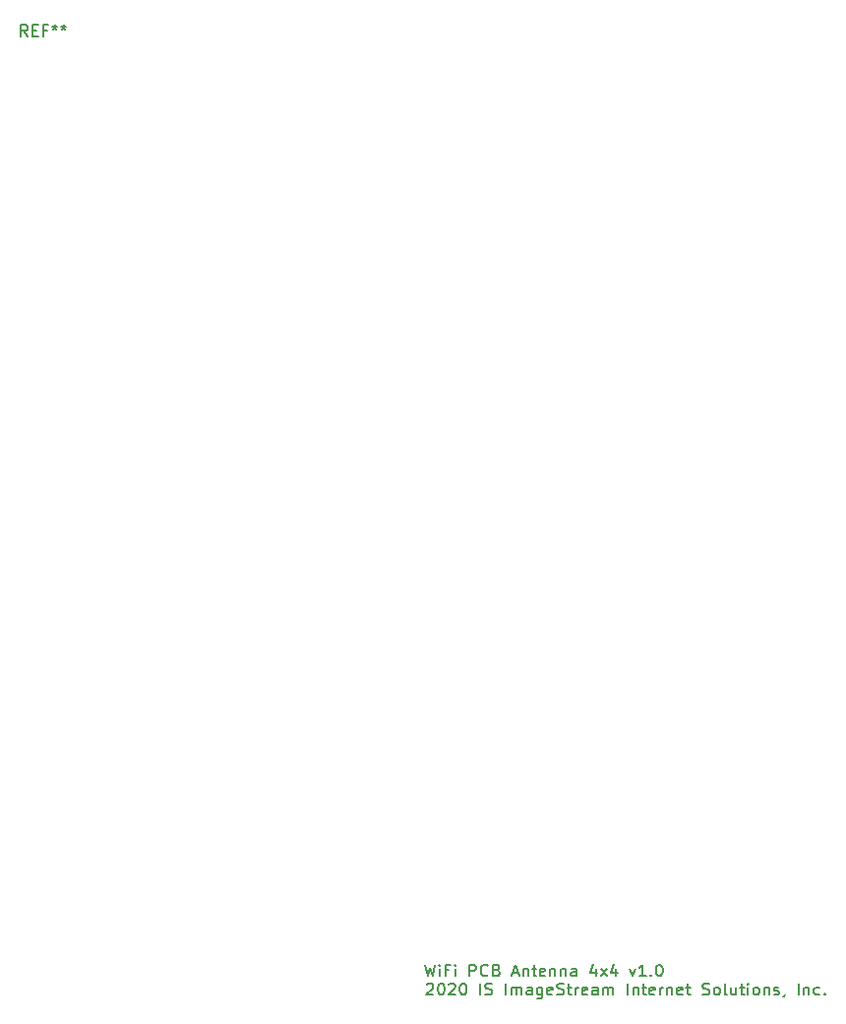
<source format=gbr>
%TF.GenerationSoftware,KiCad,Pcbnew,5.99.0-unknown-6296b4e~102~ubuntu18.04.1*%
%TF.CreationDate,2020-07-17T11:30:15-05:00*%
%TF.ProjectId,FlatAnt4x4,466c6174-416e-4743-9478-342e6b696361,rev?*%
%TF.SameCoordinates,Original*%
%TF.FileFunction,Legend,Top*%
%TF.FilePolarity,Positive*%
%FSLAX46Y46*%
G04 Gerber Fmt 4.6, Leading zero omitted, Abs format (unit mm)*
G04 Created by KiCad (PCBNEW 5.99.0-unknown-6296b4e~102~ubuntu18.04.1) date 2020-07-17 11:30:15*
%MOMM*%
%LPD*%
G01*
G04 APERTURE LIST*
%ADD10C,0.150000*%
G04 APERTURE END LIST*
D10*
X117007142Y-165472619D02*
X117054761Y-165425000D01*
X117149999Y-165377380D01*
X117388095Y-165377380D01*
X117483333Y-165425000D01*
X117530952Y-165472619D01*
X117578571Y-165567857D01*
X117578571Y-165663095D01*
X117530952Y-165805952D01*
X116959523Y-166377380D01*
X117578571Y-166377380D01*
X118197619Y-165377380D02*
X118292857Y-165377380D01*
X118388095Y-165425000D01*
X118435714Y-165472619D01*
X118483333Y-165567857D01*
X118530952Y-165758333D01*
X118530952Y-165996428D01*
X118483333Y-166186904D01*
X118435714Y-166282142D01*
X118388095Y-166329761D01*
X118292857Y-166377380D01*
X118197619Y-166377380D01*
X118102380Y-166329761D01*
X118054761Y-166282142D01*
X118007142Y-166186904D01*
X117959523Y-165996428D01*
X117959523Y-165758333D01*
X118007142Y-165567857D01*
X118054761Y-165472619D01*
X118102380Y-165425000D01*
X118197619Y-165377380D01*
X118911904Y-165472619D02*
X118959523Y-165425000D01*
X119054761Y-165377380D01*
X119292857Y-165377380D01*
X119388095Y-165425000D01*
X119435714Y-165472619D01*
X119483333Y-165567857D01*
X119483333Y-165663095D01*
X119435714Y-165805952D01*
X118864285Y-166377380D01*
X119483333Y-166377380D01*
X120102380Y-165377380D02*
X120197619Y-165377380D01*
X120292857Y-165425000D01*
X120340476Y-165472619D01*
X120388095Y-165567857D01*
X120435714Y-165758333D01*
X120435714Y-165996428D01*
X120388095Y-166186904D01*
X120340476Y-166282142D01*
X120292857Y-166329761D01*
X120197619Y-166377380D01*
X120102380Y-166377380D01*
X120007142Y-166329761D01*
X119959523Y-166282142D01*
X119911904Y-166186904D01*
X119864285Y-165996428D01*
X119864285Y-165758333D01*
X119911904Y-165567857D01*
X119959523Y-165472619D01*
X120007142Y-165425000D01*
X120102380Y-165377380D01*
X121626190Y-166377380D02*
X121626190Y-165377380D01*
X122054761Y-166329761D02*
X122197619Y-166377380D01*
X122435714Y-166377380D01*
X122530952Y-166329761D01*
X122578571Y-166282142D01*
X122626190Y-166186904D01*
X122626190Y-166091666D01*
X122578571Y-165996428D01*
X122530952Y-165948809D01*
X122435714Y-165901190D01*
X122245238Y-165853571D01*
X122149999Y-165805952D01*
X122102380Y-165758333D01*
X122054761Y-165663095D01*
X122054761Y-165567857D01*
X122102380Y-165472619D01*
X122149999Y-165425000D01*
X122245238Y-165377380D01*
X122483333Y-165377380D01*
X122626190Y-165425000D01*
X123816666Y-166377380D02*
X123816666Y-165377380D01*
X124292857Y-166377380D02*
X124292857Y-165710714D01*
X124292857Y-165805952D02*
X124340476Y-165758333D01*
X124435714Y-165710714D01*
X124578571Y-165710714D01*
X124673809Y-165758333D01*
X124721428Y-165853571D01*
X124721428Y-166377380D01*
X124721428Y-165853571D02*
X124769047Y-165758333D01*
X124864285Y-165710714D01*
X125007142Y-165710714D01*
X125102380Y-165758333D01*
X125149999Y-165853571D01*
X125149999Y-166377380D01*
X126054761Y-166377380D02*
X126054761Y-165853571D01*
X126007142Y-165758333D01*
X125911904Y-165710714D01*
X125721428Y-165710714D01*
X125626190Y-165758333D01*
X126054761Y-166329761D02*
X125959523Y-166377380D01*
X125721428Y-166377380D01*
X125626190Y-166329761D01*
X125578571Y-166234523D01*
X125578571Y-166139285D01*
X125626190Y-166044047D01*
X125721428Y-165996428D01*
X125959523Y-165996428D01*
X126054761Y-165948809D01*
X126959523Y-165710714D02*
X126959523Y-166520238D01*
X126911904Y-166615476D01*
X126864285Y-166663095D01*
X126769047Y-166710714D01*
X126626190Y-166710714D01*
X126530952Y-166663095D01*
X126959523Y-166329761D02*
X126864285Y-166377380D01*
X126673809Y-166377380D01*
X126578571Y-166329761D01*
X126530952Y-166282142D01*
X126483333Y-166186904D01*
X126483333Y-165901190D01*
X126530952Y-165805952D01*
X126578571Y-165758333D01*
X126673809Y-165710714D01*
X126864285Y-165710714D01*
X126959523Y-165758333D01*
X127816666Y-166329761D02*
X127721428Y-166377380D01*
X127530952Y-166377380D01*
X127435714Y-166329761D01*
X127388095Y-166234523D01*
X127388095Y-165853571D01*
X127435714Y-165758333D01*
X127530952Y-165710714D01*
X127721428Y-165710714D01*
X127816666Y-165758333D01*
X127864285Y-165853571D01*
X127864285Y-165948809D01*
X127388095Y-166044047D01*
X128245238Y-166329761D02*
X128388095Y-166377380D01*
X128626190Y-166377380D01*
X128721428Y-166329761D01*
X128769047Y-166282142D01*
X128816666Y-166186904D01*
X128816666Y-166091666D01*
X128769047Y-165996428D01*
X128721428Y-165948809D01*
X128626190Y-165901190D01*
X128435714Y-165853571D01*
X128340476Y-165805952D01*
X128292857Y-165758333D01*
X128245238Y-165663095D01*
X128245238Y-165567857D01*
X128292857Y-165472619D01*
X128340476Y-165425000D01*
X128435714Y-165377380D01*
X128673809Y-165377380D01*
X128816666Y-165425000D01*
X129102380Y-165710714D02*
X129483333Y-165710714D01*
X129245238Y-165377380D02*
X129245238Y-166234523D01*
X129292857Y-166329761D01*
X129388095Y-166377380D01*
X129483333Y-166377380D01*
X129816666Y-166377380D02*
X129816666Y-165710714D01*
X129816666Y-165901190D02*
X129864285Y-165805952D01*
X129911904Y-165758333D01*
X130007142Y-165710714D01*
X130102380Y-165710714D01*
X130816666Y-166329761D02*
X130721428Y-166377380D01*
X130530952Y-166377380D01*
X130435714Y-166329761D01*
X130388095Y-166234523D01*
X130388095Y-165853571D01*
X130435714Y-165758333D01*
X130530952Y-165710714D01*
X130721428Y-165710714D01*
X130816666Y-165758333D01*
X130864285Y-165853571D01*
X130864285Y-165948809D01*
X130388095Y-166044047D01*
X131721428Y-166377380D02*
X131721428Y-165853571D01*
X131673809Y-165758333D01*
X131578571Y-165710714D01*
X131388095Y-165710714D01*
X131292857Y-165758333D01*
X131721428Y-166329761D02*
X131626190Y-166377380D01*
X131388095Y-166377380D01*
X131292857Y-166329761D01*
X131245238Y-166234523D01*
X131245238Y-166139285D01*
X131292857Y-166044047D01*
X131388095Y-165996428D01*
X131626190Y-165996428D01*
X131721428Y-165948809D01*
X132197619Y-166377380D02*
X132197619Y-165710714D01*
X132197619Y-165805952D02*
X132245238Y-165758333D01*
X132340476Y-165710714D01*
X132483333Y-165710714D01*
X132578571Y-165758333D01*
X132626190Y-165853571D01*
X132626190Y-166377380D01*
X132626190Y-165853571D02*
X132673809Y-165758333D01*
X132769047Y-165710714D01*
X132911904Y-165710714D01*
X133007142Y-165758333D01*
X133054761Y-165853571D01*
X133054761Y-166377380D01*
X134292857Y-166377380D02*
X134292857Y-165377380D01*
X134769047Y-165710714D02*
X134769047Y-166377380D01*
X134769047Y-165805952D02*
X134816666Y-165758333D01*
X134911904Y-165710714D01*
X135054761Y-165710714D01*
X135150000Y-165758333D01*
X135197619Y-165853571D01*
X135197619Y-166377380D01*
X135530952Y-165710714D02*
X135911904Y-165710714D01*
X135673809Y-165377380D02*
X135673809Y-166234523D01*
X135721428Y-166329761D01*
X135816666Y-166377380D01*
X135911904Y-166377380D01*
X136626190Y-166329761D02*
X136530952Y-166377380D01*
X136340476Y-166377380D01*
X136245238Y-166329761D01*
X136197619Y-166234523D01*
X136197619Y-165853571D01*
X136245238Y-165758333D01*
X136340476Y-165710714D01*
X136530952Y-165710714D01*
X136626190Y-165758333D01*
X136673809Y-165853571D01*
X136673809Y-165948809D01*
X136197619Y-166044047D01*
X137102380Y-166377380D02*
X137102380Y-165710714D01*
X137102380Y-165901190D02*
X137150000Y-165805952D01*
X137197619Y-165758333D01*
X137292857Y-165710714D01*
X137388095Y-165710714D01*
X137721428Y-165710714D02*
X137721428Y-166377380D01*
X137721428Y-165805952D02*
X137769047Y-165758333D01*
X137864285Y-165710714D01*
X138007142Y-165710714D01*
X138102380Y-165758333D01*
X138150000Y-165853571D01*
X138150000Y-166377380D01*
X139007142Y-166329761D02*
X138911904Y-166377380D01*
X138721428Y-166377380D01*
X138626190Y-166329761D01*
X138578571Y-166234523D01*
X138578571Y-165853571D01*
X138626190Y-165758333D01*
X138721428Y-165710714D01*
X138911904Y-165710714D01*
X139007142Y-165758333D01*
X139054761Y-165853571D01*
X139054761Y-165948809D01*
X138578571Y-166044047D01*
X139340476Y-165710714D02*
X139721428Y-165710714D01*
X139483333Y-165377380D02*
X139483333Y-166234523D01*
X139530952Y-166329761D01*
X139626190Y-166377380D01*
X139721428Y-166377380D01*
X140769047Y-166329761D02*
X140911904Y-166377380D01*
X141150000Y-166377380D01*
X141245238Y-166329761D01*
X141292857Y-166282142D01*
X141340476Y-166186904D01*
X141340476Y-166091666D01*
X141292857Y-165996428D01*
X141245238Y-165948809D01*
X141150000Y-165901190D01*
X140959523Y-165853571D01*
X140864285Y-165805952D01*
X140816666Y-165758333D01*
X140769047Y-165663095D01*
X140769047Y-165567857D01*
X140816666Y-165472619D01*
X140864285Y-165425000D01*
X140959523Y-165377380D01*
X141197619Y-165377380D01*
X141340476Y-165425000D01*
X141911904Y-166377380D02*
X141816666Y-166329761D01*
X141769047Y-166282142D01*
X141721428Y-166186904D01*
X141721428Y-165901190D01*
X141769047Y-165805952D01*
X141816666Y-165758333D01*
X141911904Y-165710714D01*
X142054761Y-165710714D01*
X142150000Y-165758333D01*
X142197619Y-165805952D01*
X142245238Y-165901190D01*
X142245238Y-166186904D01*
X142197619Y-166282142D01*
X142150000Y-166329761D01*
X142054761Y-166377380D01*
X141911904Y-166377380D01*
X142816666Y-166377380D02*
X142721428Y-166329761D01*
X142673809Y-166234523D01*
X142673809Y-165377380D01*
X143626190Y-165710714D02*
X143626190Y-166377380D01*
X143197619Y-165710714D02*
X143197619Y-166234523D01*
X143245238Y-166329761D01*
X143340476Y-166377380D01*
X143483333Y-166377380D01*
X143578571Y-166329761D01*
X143626190Y-166282142D01*
X143959523Y-165710714D02*
X144340476Y-165710714D01*
X144102380Y-165377380D02*
X144102380Y-166234523D01*
X144149999Y-166329761D01*
X144245238Y-166377380D01*
X144340476Y-166377380D01*
X144673809Y-166377380D02*
X144673809Y-165710714D01*
X144673809Y-165377380D02*
X144626190Y-165425000D01*
X144673809Y-165472619D01*
X144721428Y-165425000D01*
X144673809Y-165377380D01*
X144673809Y-165472619D01*
X145292857Y-166377380D02*
X145197619Y-166329761D01*
X145149999Y-166282142D01*
X145102380Y-166186904D01*
X145102380Y-165901190D01*
X145149999Y-165805952D01*
X145197619Y-165758333D01*
X145292857Y-165710714D01*
X145435714Y-165710714D01*
X145530952Y-165758333D01*
X145578571Y-165805952D01*
X145626190Y-165901190D01*
X145626190Y-166186904D01*
X145578571Y-166282142D01*
X145530952Y-166329761D01*
X145435714Y-166377380D01*
X145292857Y-166377380D01*
X146054761Y-165710714D02*
X146054761Y-166377380D01*
X146054761Y-165805952D02*
X146102380Y-165758333D01*
X146197619Y-165710714D01*
X146340476Y-165710714D01*
X146435714Y-165758333D01*
X146483333Y-165853571D01*
X146483333Y-166377380D01*
X146911904Y-166329761D02*
X147007142Y-166377380D01*
X147197619Y-166377380D01*
X147292857Y-166329761D01*
X147340476Y-166234523D01*
X147340476Y-166186904D01*
X147292857Y-166091666D01*
X147197619Y-166044047D01*
X147054761Y-166044047D01*
X146959523Y-165996428D01*
X146911904Y-165901190D01*
X146911904Y-165853571D01*
X146959523Y-165758333D01*
X147054761Y-165710714D01*
X147197619Y-165710714D01*
X147292857Y-165758333D01*
X147816666Y-166329761D02*
X147816666Y-166377380D01*
X147769047Y-166472619D01*
X147721428Y-166520238D01*
X149007142Y-166377380D02*
X149007142Y-165377380D01*
X149483333Y-165710714D02*
X149483333Y-166377380D01*
X149483333Y-165805952D02*
X149530952Y-165758333D01*
X149626190Y-165710714D01*
X149769047Y-165710714D01*
X149864285Y-165758333D01*
X149911904Y-165853571D01*
X149911904Y-166377380D01*
X150816666Y-166329761D02*
X150721428Y-166377380D01*
X150530952Y-166377380D01*
X150435714Y-166329761D01*
X150388095Y-166282142D01*
X150340476Y-166186904D01*
X150340476Y-165901190D01*
X150388095Y-165805952D01*
X150435714Y-165758333D01*
X150530952Y-165710714D01*
X150721428Y-165710714D01*
X150816666Y-165758333D01*
X151245238Y-166282142D02*
X151292857Y-166329761D01*
X151245238Y-166377380D01*
X151197619Y-166329761D01*
X151245238Y-166282142D01*
X151245238Y-166377380D01*
X116886904Y-163777380D02*
X117125000Y-164777380D01*
X117315476Y-164063095D01*
X117505952Y-164777380D01*
X117744047Y-163777380D01*
X118125000Y-164777380D02*
X118125000Y-164110714D01*
X118125000Y-163777380D02*
X118077380Y-163825000D01*
X118125000Y-163872619D01*
X118172619Y-163825000D01*
X118125000Y-163777380D01*
X118125000Y-163872619D01*
X118934523Y-164253571D02*
X118601190Y-164253571D01*
X118601190Y-164777380D02*
X118601190Y-163777380D01*
X119077380Y-163777380D01*
X119458333Y-164777380D02*
X119458333Y-164110714D01*
X119458333Y-163777380D02*
X119410714Y-163825000D01*
X119458333Y-163872619D01*
X119505952Y-163825000D01*
X119458333Y-163777380D01*
X119458333Y-163872619D01*
X120696428Y-164777380D02*
X120696428Y-163777380D01*
X121077380Y-163777380D01*
X121172619Y-163825000D01*
X121220238Y-163872619D01*
X121267857Y-163967857D01*
X121267857Y-164110714D01*
X121220238Y-164205952D01*
X121172619Y-164253571D01*
X121077380Y-164301190D01*
X120696428Y-164301190D01*
X122267857Y-164682142D02*
X122220238Y-164729761D01*
X122077380Y-164777380D01*
X121982142Y-164777380D01*
X121839285Y-164729761D01*
X121744047Y-164634523D01*
X121696428Y-164539285D01*
X121648809Y-164348809D01*
X121648809Y-164205952D01*
X121696428Y-164015476D01*
X121744047Y-163920238D01*
X121839285Y-163825000D01*
X121982142Y-163777380D01*
X122077380Y-163777380D01*
X122220238Y-163825000D01*
X122267857Y-163872619D01*
X123029761Y-164253571D02*
X123172619Y-164301190D01*
X123220238Y-164348809D01*
X123267857Y-164444047D01*
X123267857Y-164586904D01*
X123220238Y-164682142D01*
X123172619Y-164729761D01*
X123077380Y-164777380D01*
X122696428Y-164777380D01*
X122696428Y-163777380D01*
X123029761Y-163777380D01*
X123125000Y-163825000D01*
X123172619Y-163872619D01*
X123220238Y-163967857D01*
X123220238Y-164063095D01*
X123172619Y-164158333D01*
X123125000Y-164205952D01*
X123029761Y-164253571D01*
X122696428Y-164253571D01*
X124410714Y-164491666D02*
X124886904Y-164491666D01*
X124315476Y-164777380D02*
X124648809Y-163777380D01*
X124982142Y-164777380D01*
X125315476Y-164110714D02*
X125315476Y-164777380D01*
X125315476Y-164205952D02*
X125363095Y-164158333D01*
X125458333Y-164110714D01*
X125601190Y-164110714D01*
X125696428Y-164158333D01*
X125744047Y-164253571D01*
X125744047Y-164777380D01*
X126077380Y-164110714D02*
X126458333Y-164110714D01*
X126220238Y-163777380D02*
X126220238Y-164634523D01*
X126267857Y-164729761D01*
X126363095Y-164777380D01*
X126458333Y-164777380D01*
X127172619Y-164729761D02*
X127077380Y-164777380D01*
X126886904Y-164777380D01*
X126791666Y-164729761D01*
X126744047Y-164634523D01*
X126744047Y-164253571D01*
X126791666Y-164158333D01*
X126886904Y-164110714D01*
X127077380Y-164110714D01*
X127172619Y-164158333D01*
X127220238Y-164253571D01*
X127220238Y-164348809D01*
X126744047Y-164444047D01*
X127648809Y-164110714D02*
X127648809Y-164777380D01*
X127648809Y-164205952D02*
X127696428Y-164158333D01*
X127791666Y-164110714D01*
X127934523Y-164110714D01*
X128029761Y-164158333D01*
X128077380Y-164253571D01*
X128077380Y-164777380D01*
X128553571Y-164110714D02*
X128553571Y-164777380D01*
X128553571Y-164205952D02*
X128601190Y-164158333D01*
X128696428Y-164110714D01*
X128839285Y-164110714D01*
X128934523Y-164158333D01*
X128982142Y-164253571D01*
X128982142Y-164777380D01*
X129886904Y-164777380D02*
X129886904Y-164253571D01*
X129839285Y-164158333D01*
X129744047Y-164110714D01*
X129553571Y-164110714D01*
X129458333Y-164158333D01*
X129886904Y-164729761D02*
X129791666Y-164777380D01*
X129553571Y-164777380D01*
X129458333Y-164729761D01*
X129410714Y-164634523D01*
X129410714Y-164539285D01*
X129458333Y-164444047D01*
X129553571Y-164396428D01*
X129791666Y-164396428D01*
X129886904Y-164348809D01*
X131553571Y-164110714D02*
X131553571Y-164777380D01*
X131315476Y-163729761D02*
X131077380Y-164444047D01*
X131696428Y-164444047D01*
X131982142Y-164777380D02*
X132505952Y-164110714D01*
X131982142Y-164110714D02*
X132505952Y-164777380D01*
X133315476Y-164110714D02*
X133315476Y-164777380D01*
X133077380Y-163729761D02*
X132839285Y-164444047D01*
X133458333Y-164444047D01*
X134505952Y-164110714D02*
X134744047Y-164777380D01*
X134982142Y-164110714D01*
X135886904Y-164777380D02*
X135315476Y-164777380D01*
X135601190Y-164777380D02*
X135601190Y-163777380D01*
X135505952Y-163920238D01*
X135410714Y-164015476D01*
X135315476Y-164063095D01*
X136315476Y-164682142D02*
X136363095Y-164729761D01*
X136315476Y-164777380D01*
X136267857Y-164729761D01*
X136315476Y-164682142D01*
X136315476Y-164777380D01*
X136982142Y-163777380D02*
X137077380Y-163777380D01*
X137172619Y-163825000D01*
X137220238Y-163872619D01*
X137267857Y-163967857D01*
X137315476Y-164158333D01*
X137315476Y-164396428D01*
X137267857Y-164586904D01*
X137220238Y-164682142D01*
X137172619Y-164729761D01*
X137077380Y-164777380D01*
X136982142Y-164777380D01*
X136886904Y-164729761D01*
X136839285Y-164682142D01*
X136791666Y-164586904D01*
X136744047Y-164396428D01*
X136744047Y-164158333D01*
X136791666Y-163967857D01*
X136839285Y-163872619D01*
X136886904Y-163825000D01*
X136982142Y-163777380D01*
%TO.C,REF\u002A\u002A*%
X82666666Y-83952380D02*
X82333333Y-83476190D01*
X82095238Y-83952380D02*
X82095238Y-82952380D01*
X82476190Y-82952380D01*
X82571428Y-83000000D01*
X82619047Y-83047619D01*
X82666666Y-83142857D01*
X82666666Y-83285714D01*
X82619047Y-83380952D01*
X82571428Y-83428571D01*
X82476190Y-83476190D01*
X82095238Y-83476190D01*
X83095238Y-83428571D02*
X83428571Y-83428571D01*
X83571428Y-83952380D02*
X83095238Y-83952380D01*
X83095238Y-82952380D01*
X83571428Y-82952380D01*
X84333333Y-83428571D02*
X84000000Y-83428571D01*
X84000000Y-83952380D02*
X84000000Y-82952380D01*
X84476190Y-82952380D01*
X85000000Y-82952380D02*
X85000000Y-83190476D01*
X84761904Y-83095238D02*
X85000000Y-83190476D01*
X85238095Y-83095238D01*
X84857142Y-83380952D02*
X85000000Y-83190476D01*
X85142857Y-83380952D01*
X85761904Y-82952380D02*
X85761904Y-83190476D01*
X85523809Y-83095238D02*
X85761904Y-83190476D01*
X86000000Y-83095238D01*
X85619047Y-83380952D02*
X85761904Y-83190476D01*
X85904761Y-83380952D01*
%TD*%
M02*

</source>
